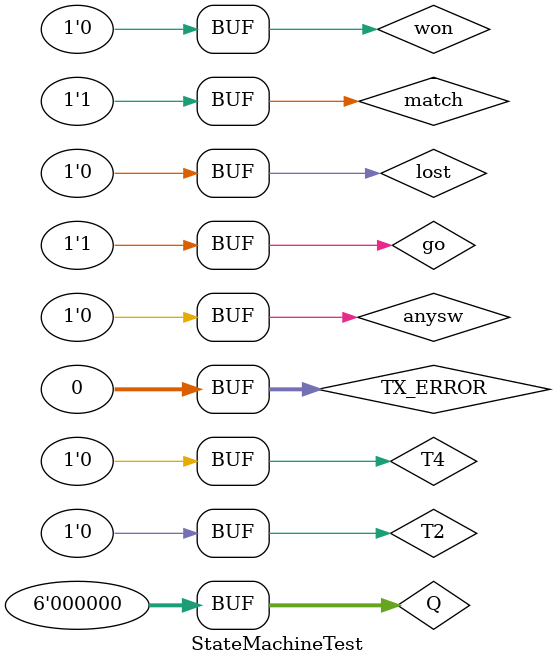
<source format=v>
`timescale 1ns / 1ps

module StateMachineTest();
    reg clk, go, anysw, T4, T2, match, won, lost;
    reg [5:0]Q;
    wire LoadTarget, RTime, IncScore, DecScore, ShowTarget, FlashScore, FlashLed;
    wire [5:0]D;

//    input clk,
//    input go,
//    input anysw,
//    input T4,
//    input T2,
//    input match,
//    input won,
//    input lost,
//    output LoadTarget,
//    output RTime,
//    output IncScore,
//    output DecScore,
//    output ShowTarget,
//    output FlashScore,
//    output FlashLed

SMachine_Logic // replace with your top level module's name
   UUT (
      .clk(clk),
      .go(go),
      .anysw(anysw),
      .T4(T4),
      .T2(T2),
      .match(match),
      .won(won),
      .lost(lost),
      .Q(Q),
      .LoadTarget(LoadTarget),
      .RTime(RTime),
      .IncScore(IncScore),
      .DecScore(DecScore),
      .ShowTarget(ShowTarget),
      .FlashScore(FlashScore),
      .FlashLed(FlashLed),
      .D(D)
      ); 
integer TX_ERROR = 0;
    
    parameter PERIOD = 10;
    parameter real DUTY_CYCLE = 0.5;
    parameter OFFSET = 2;
    
//    initial
//    begin
//        btnC = 1'bx;
//	    btnR = 1'b0;
   
//    #OFFSET
//		clkin = 1'b1;
//       forever
//         begin
//            #(PERIOD-(PERIOD*DUTY_CYCLE)) clkin = ~clkin;
//         end
//	  end
	  
    initial
	begin
	#2000;
	go = 1'b0;
	anysw = 1'b0;
	T4 = 1'b0;
	T2 = 1'b0;
	match = 1'b0;
	won = 1'b0;
	lost = 1'b0;
	Q[5:0] = 1'b0;

	#200;
//    //advancing to D[1]
//    //(go & ~anysw & Q[0])
    go = 1'b1;
    anysw = 1'b0;
    Q[0] = 1'b0;
    
    #400;
    match = 1'b1;
    T2 = 1'b0;
    T4 = 1'b0;
//    //Q[0] & ~anysw & T4
//    anysw = 1'b0;
//    Q[0] = 1'b1;
//    T4 = 1'b1;
    
	end
    
endmodule      
</source>
